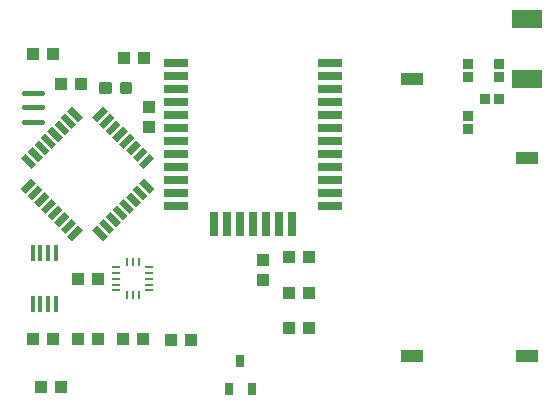
<source format=gtp>
G75*
%MOIN*%
%OFA0B0*%
%FSLAX25Y25*%
%IPPOS*%
%LPD*%
%AMOC8*
5,1,8,0,0,1.08239X$1,22.5*
%
%ADD10R,0.04331X0.03937*%
%ADD11C,0.01181*%
%ADD12R,0.03937X0.04331*%
%ADD13R,0.05000X0.02200*%
%ADD14R,0.02200X0.05000*%
%ADD15R,0.02756X0.01102*%
%ADD16R,0.01102X0.02756*%
%ADD17C,0.01772*%
%ADD18R,0.07874X0.02756*%
%ADD19R,0.02756X0.07874*%
%ADD20R,0.03346X0.03543*%
%ADD21R,0.03543X0.03346*%
%ADD22R,0.03150X0.03937*%
%ADD23R,0.07677X0.03937*%
%ADD24R,0.09843X0.06299*%
%ADD25R,0.01600X0.05400*%
D10*
X0024627Y0010158D03*
X0031320Y0010158D03*
X0028406Y0026300D03*
X0021714Y0026300D03*
X0036714Y0026300D03*
X0043406Y0026300D03*
X0051714Y0026300D03*
X0058406Y0026300D03*
X0067934Y0025906D03*
X0074627Y0025906D03*
X0107304Y0029843D03*
X0113997Y0029843D03*
X0113997Y0041654D03*
X0107304Y0041654D03*
X0107304Y0053465D03*
X0113997Y0053465D03*
X0043406Y0046300D03*
X0036714Y0046300D03*
X0037895Y0111300D03*
X0031202Y0111300D03*
X0028406Y0121300D03*
X0021714Y0121300D03*
X0052186Y0120001D03*
X0058879Y0120001D03*
D11*
X0051584Y0111261D02*
X0051584Y0108505D01*
X0051584Y0111261D02*
X0054340Y0111261D01*
X0054340Y0108505D01*
X0051584Y0108505D01*
X0051584Y0109685D02*
X0054340Y0109685D01*
X0054340Y0110865D02*
X0051584Y0110865D01*
X0044678Y0111261D02*
X0044678Y0108505D01*
X0044678Y0111261D02*
X0047434Y0111261D01*
X0047434Y0108505D01*
X0044678Y0108505D01*
X0044678Y0109685D02*
X0047434Y0109685D01*
X0047434Y0110865D02*
X0044678Y0110865D01*
D12*
X0060690Y0103583D03*
X0060690Y0096891D03*
X0098446Y0052481D03*
X0098446Y0045788D03*
D13*
G36*
X0060794Y0074600D02*
X0057260Y0078134D01*
X0058816Y0079690D01*
X0062350Y0076156D01*
X0060794Y0074600D01*
G37*
G36*
X0058567Y0072373D02*
X0055033Y0075907D01*
X0056589Y0077463D01*
X0060123Y0073929D01*
X0058567Y0072373D01*
G37*
G36*
X0056340Y0070146D02*
X0052806Y0073680D01*
X0054362Y0075236D01*
X0057896Y0071702D01*
X0056340Y0070146D01*
G37*
G36*
X0054113Y0067918D02*
X0050579Y0071452D01*
X0052135Y0073008D01*
X0055669Y0069474D01*
X0054113Y0067918D01*
G37*
G36*
X0051886Y0065691D02*
X0048352Y0069225D01*
X0049908Y0070781D01*
X0053442Y0067247D01*
X0051886Y0065691D01*
G37*
G36*
X0049658Y0063464D02*
X0046124Y0066998D01*
X0047680Y0068554D01*
X0051214Y0065020D01*
X0049658Y0063464D01*
G37*
G36*
X0047431Y0061237D02*
X0043897Y0064771D01*
X0045453Y0066327D01*
X0048987Y0062793D01*
X0047431Y0061237D01*
G37*
G36*
X0045204Y0059010D02*
X0041670Y0062544D01*
X0043226Y0064100D01*
X0046760Y0060566D01*
X0045204Y0059010D01*
G37*
G36*
X0021304Y0082910D02*
X0017770Y0086444D01*
X0019326Y0088000D01*
X0022860Y0084466D01*
X0021304Y0082910D01*
G37*
G36*
X0023531Y0085137D02*
X0019997Y0088671D01*
X0021553Y0090227D01*
X0025087Y0086693D01*
X0023531Y0085137D01*
G37*
G36*
X0025758Y0087364D02*
X0022224Y0090898D01*
X0023780Y0092454D01*
X0027314Y0088920D01*
X0025758Y0087364D01*
G37*
G36*
X0027985Y0089592D02*
X0024451Y0093126D01*
X0026007Y0094682D01*
X0029541Y0091148D01*
X0027985Y0089592D01*
G37*
G36*
X0030212Y0091819D02*
X0026678Y0095353D01*
X0028234Y0096909D01*
X0031768Y0093375D01*
X0030212Y0091819D01*
G37*
G36*
X0032440Y0094046D02*
X0028906Y0097580D01*
X0030462Y0099136D01*
X0033996Y0095602D01*
X0032440Y0094046D01*
G37*
G36*
X0034667Y0096273D02*
X0031133Y0099807D01*
X0032689Y0101363D01*
X0036223Y0097829D01*
X0034667Y0096273D01*
G37*
G36*
X0036894Y0098500D02*
X0033360Y0102034D01*
X0034916Y0103590D01*
X0038450Y0100056D01*
X0036894Y0098500D01*
G37*
D14*
G36*
X0043226Y0098500D02*
X0041670Y0100056D01*
X0045204Y0103590D01*
X0046760Y0102034D01*
X0043226Y0098500D01*
G37*
G36*
X0045453Y0096273D02*
X0043897Y0097829D01*
X0047431Y0101363D01*
X0048987Y0099807D01*
X0045453Y0096273D01*
G37*
G36*
X0047680Y0094046D02*
X0046124Y0095602D01*
X0049658Y0099136D01*
X0051214Y0097580D01*
X0047680Y0094046D01*
G37*
G36*
X0049908Y0091819D02*
X0048352Y0093375D01*
X0051886Y0096909D01*
X0053442Y0095353D01*
X0049908Y0091819D01*
G37*
G36*
X0052135Y0089592D02*
X0050579Y0091148D01*
X0054113Y0094682D01*
X0055669Y0093126D01*
X0052135Y0089592D01*
G37*
G36*
X0054362Y0087364D02*
X0052806Y0088920D01*
X0056340Y0092454D01*
X0057896Y0090898D01*
X0054362Y0087364D01*
G37*
G36*
X0056589Y0085137D02*
X0055033Y0086693D01*
X0058567Y0090227D01*
X0060123Y0088671D01*
X0056589Y0085137D01*
G37*
G36*
X0058816Y0082910D02*
X0057260Y0084466D01*
X0060794Y0088000D01*
X0062350Y0086444D01*
X0058816Y0082910D01*
G37*
G36*
X0032689Y0061237D02*
X0031133Y0062793D01*
X0034667Y0066327D01*
X0036223Y0064771D01*
X0032689Y0061237D01*
G37*
G36*
X0034916Y0059010D02*
X0033360Y0060566D01*
X0036894Y0064100D01*
X0038450Y0062544D01*
X0034916Y0059010D01*
G37*
G36*
X0030462Y0063464D02*
X0028906Y0065020D01*
X0032440Y0068554D01*
X0033996Y0066998D01*
X0030462Y0063464D01*
G37*
G36*
X0028234Y0065691D02*
X0026678Y0067247D01*
X0030212Y0070781D01*
X0031768Y0069225D01*
X0028234Y0065691D01*
G37*
G36*
X0026007Y0067918D02*
X0024451Y0069474D01*
X0027985Y0073008D01*
X0029541Y0071452D01*
X0026007Y0067918D01*
G37*
G36*
X0023780Y0070146D02*
X0022224Y0071702D01*
X0025758Y0075236D01*
X0027314Y0073680D01*
X0023780Y0070146D01*
G37*
G36*
X0021553Y0072373D02*
X0019997Y0073929D01*
X0023531Y0077463D01*
X0025087Y0075907D01*
X0021553Y0072373D01*
G37*
G36*
X0019326Y0074600D02*
X0017770Y0076156D01*
X0021304Y0079690D01*
X0022860Y0078134D01*
X0019326Y0074600D01*
G37*
D15*
X0049548Y0050237D03*
X0049548Y0048269D03*
X0049548Y0046300D03*
X0049548Y0044331D03*
X0049548Y0042363D03*
X0060572Y0042363D03*
X0060572Y0044331D03*
X0060572Y0046300D03*
X0060572Y0048269D03*
X0060572Y0050237D03*
D16*
X0057028Y0051812D03*
X0055060Y0051812D03*
X0053091Y0051812D03*
X0053091Y0040788D03*
X0055060Y0040788D03*
X0057028Y0040788D03*
D17*
X0024696Y0098662D02*
X0018968Y0098662D01*
X0018968Y0103387D02*
X0024696Y0103387D01*
X0024696Y0108111D02*
X0018968Y0108111D01*
D18*
X0069588Y0109371D03*
X0069588Y0113702D03*
X0069588Y0118032D03*
X0069588Y0105040D03*
X0069588Y0100709D03*
X0069588Y0096379D03*
X0069588Y0092048D03*
X0069588Y0087717D03*
X0069588Y0083387D03*
X0069588Y0079056D03*
X0069588Y0074725D03*
X0069588Y0070394D03*
X0120769Y0070394D03*
X0120769Y0074725D03*
X0120769Y0079056D03*
X0120769Y0083387D03*
X0120769Y0087717D03*
X0120769Y0092048D03*
X0120769Y0096379D03*
X0120769Y0100709D03*
X0120769Y0105040D03*
X0120769Y0109371D03*
X0120769Y0113702D03*
X0120769Y0118032D03*
D19*
X0108170Y0064489D03*
X0103840Y0064489D03*
X0099509Y0064489D03*
X0095178Y0064489D03*
X0090847Y0064489D03*
X0086517Y0064489D03*
X0082186Y0064489D03*
D20*
X0172540Y0106221D03*
X0177107Y0106221D03*
D21*
X0177186Y0113387D03*
X0177186Y0117954D03*
X0166950Y0117954D03*
X0166950Y0113387D03*
X0166950Y0100631D03*
X0166950Y0096064D03*
D22*
X0090966Y0018820D03*
X0094706Y0009371D03*
X0087225Y0009371D03*
D23*
X0148052Y0020394D03*
X0186635Y0020394D03*
X0186635Y0086536D03*
X0148052Y0112914D03*
D24*
X0186635Y0112914D03*
X0186635Y0132993D03*
D25*
X0029450Y0054979D03*
X0026891Y0054979D03*
X0024332Y0054979D03*
X0021773Y0054979D03*
X0021773Y0037779D03*
X0024332Y0037779D03*
X0026891Y0037779D03*
X0029450Y0037779D03*
M02*

</source>
